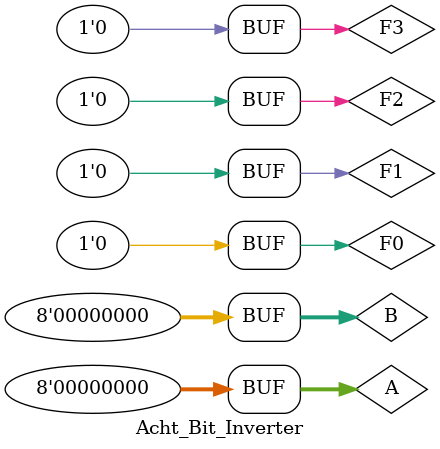
<source format=v>
`timescale 1ns / 1ps


module Acht_Bit_Inverter;

	// Inputs
	reg [7:0] A;
	reg [7:0] B;
	reg F0;
	reg F1;
	reg F2;
	reg F3;

	// Outputs
	wire [7:0] Q;
	wire Carry;

	// Instantiate the Unit Under Test (UUT)
	ALU uut (
		.A(A), 
		.B(B), 
		.Q(Q), 
		.F0(F0), 
		.F1(F1), 
		.F2(F2), 
		.F3(F3), 
		.Carry(Carry)
	);

	initial begin
		// Initialize Inputs
		A = 0;
		B = 0;
		F0 = 0;
		F1 = 0;
		F2 = 0;
		F3 = 0;

		// Wait 100 ns for global reset to finish
		#100;
        
		// Add stimulus here

	end
      
endmodule


</source>
